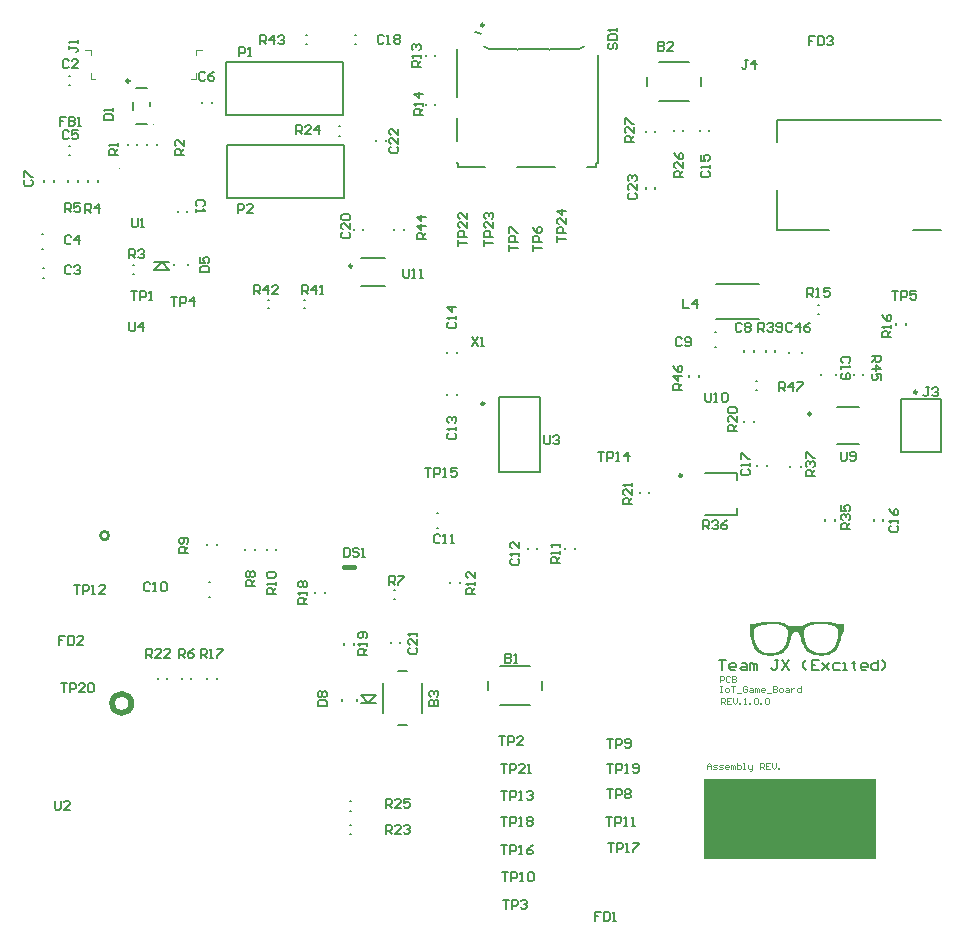
<source format=gto>
G04*
G04 #@! TF.GenerationSoftware,Altium Limited,Altium Designer,21.1.1 (26)*
G04*
G04 Layer_Color=65535*
%FSLAX25Y25*%
%MOIN*%
G70*
G04*
G04 #@! TF.SameCoordinates,BA33E46C-C8C0-473A-8748-ADA81A7699FD*
G04*
G04*
G04 #@! TF.FilePolarity,Positive*
G04*
G01*
G75*
%ADD10C,0.00984*%
%ADD11C,0.01000*%
%ADD12C,0.02000*%
%ADD13C,0.00945*%
%ADD14C,0.00394*%
%ADD15C,0.00787*%
%ADD16C,0.00800*%
%ADD17C,0.00600*%
%ADD18C,0.00500*%
%ADD19C,0.01575*%
%ADD20C,0.00400*%
%ADD21R,0.57264X0.27000*%
G36*
X272084Y110028D02*
X273471D01*
Y109889D01*
X274025D01*
Y109751D01*
X274441D01*
Y109612D01*
X274996D01*
Y109473D01*
X275689D01*
Y109335D01*
X276383D01*
Y109473D01*
X276937D01*
Y109335D01*
X277492D01*
Y109196D01*
Y109057D01*
Y108919D01*
Y108780D01*
Y108641D01*
Y108503D01*
Y108364D01*
Y108225D01*
Y108087D01*
Y107948D01*
Y107809D01*
Y107671D01*
Y107532D01*
Y107393D01*
Y107255D01*
Y107116D01*
Y106977D01*
Y106839D01*
Y106700D01*
X277353D01*
Y106561D01*
X277215D01*
Y106423D01*
X277076D01*
Y106284D01*
Y106145D01*
X276937D01*
Y106007D01*
Y105868D01*
X276799D01*
Y105729D01*
Y105591D01*
Y105452D01*
X276660D01*
Y105313D01*
Y105175D01*
Y105036D01*
X276521D01*
Y104897D01*
Y104759D01*
Y104620D01*
Y104481D01*
Y104343D01*
X276383D01*
Y104204D01*
Y104065D01*
Y103927D01*
Y103788D01*
X276244D01*
Y103649D01*
Y103511D01*
Y103372D01*
X276105D01*
Y103233D01*
Y103095D01*
Y102956D01*
X275967D01*
Y102817D01*
Y102679D01*
Y102540D01*
X275828D01*
Y102401D01*
Y102263D01*
Y102124D01*
X275689D01*
Y101985D01*
Y101847D01*
X275551D01*
Y101708D01*
Y101569D01*
X275412D01*
Y101431D01*
Y101292D01*
X275273D01*
Y101153D01*
X275135D01*
Y101015D01*
Y100876D01*
X274996D01*
Y100737D01*
X274857D01*
Y100599D01*
X274719D01*
Y100460D01*
X274580D01*
Y100321D01*
X274441D01*
Y100183D01*
X274303D01*
Y100044D01*
X274025D01*
Y99905D01*
X273887D01*
Y99767D01*
X273609D01*
Y99628D01*
X273332D01*
Y99489D01*
X273055D01*
Y99351D01*
X272777D01*
Y99212D01*
X272361D01*
Y99073D01*
X271807D01*
Y98935D01*
X270975D01*
Y98796D01*
X269033D01*
Y98935D01*
X268063D01*
Y99073D01*
X267369D01*
Y99212D01*
X267092D01*
Y99351D01*
X266676D01*
Y99489D01*
X266399D01*
Y99628D01*
X266121D01*
Y99767D01*
X265844D01*
Y99905D01*
X265705D01*
Y100044D01*
X265567D01*
Y100183D01*
X265289D01*
Y100321D01*
X265151D01*
Y100460D01*
X265012D01*
Y100599D01*
X264873D01*
Y100737D01*
X264735D01*
Y100876D01*
Y101015D01*
X264596D01*
Y101153D01*
X264457D01*
Y101292D01*
X264319D01*
Y101431D01*
Y101569D01*
Y101708D01*
X264180D01*
Y101847D01*
Y101985D01*
X264041D01*
Y102124D01*
Y102263D01*
X263903D01*
Y102401D01*
Y102540D01*
X263764D01*
Y102679D01*
Y102817D01*
X263625D01*
Y102956D01*
Y103095D01*
X263487D01*
Y103233D01*
Y103372D01*
Y103511D01*
X263348D01*
Y103649D01*
Y103788D01*
Y103927D01*
Y104065D01*
X263209D01*
Y104204D01*
Y104343D01*
Y104481D01*
Y104620D01*
X263071D01*
Y104759D01*
Y104897D01*
Y105036D01*
X262932D01*
Y105175D01*
Y105313D01*
Y105452D01*
X262793D01*
Y105591D01*
Y105729D01*
Y105868D01*
X262655D01*
Y106007D01*
Y106145D01*
X262516D01*
Y106284D01*
X262377D01*
Y106423D01*
X262239D01*
Y106561D01*
X262100D01*
Y106700D01*
X260991D01*
Y106561D01*
X260713D01*
Y106423D01*
X260575D01*
Y106284D01*
X260436D01*
Y106145D01*
Y106007D01*
X260297D01*
Y105868D01*
Y105729D01*
X260159D01*
Y105591D01*
Y105452D01*
X260020D01*
Y105313D01*
Y105175D01*
Y105036D01*
X259881D01*
Y104897D01*
Y104759D01*
Y104620D01*
Y104481D01*
X259743D01*
Y104343D01*
Y104204D01*
Y104065D01*
X259604D01*
Y103927D01*
Y103788D01*
Y103649D01*
Y103511D01*
X259465D01*
Y103372D01*
Y103233D01*
Y103095D01*
X259327D01*
Y102956D01*
Y102817D01*
Y102679D01*
X259188D01*
Y102540D01*
Y102401D01*
X259049D01*
Y102263D01*
Y102124D01*
Y101985D01*
X258911D01*
Y101847D01*
Y101708D01*
X258772D01*
Y101569D01*
Y101431D01*
X258633D01*
Y101292D01*
X258495D01*
Y101153D01*
Y101015D01*
X258356D01*
Y100876D01*
X258217D01*
Y100737D01*
X258079D01*
Y100599D01*
X257940D01*
Y100460D01*
X257801D01*
Y100321D01*
X257663D01*
Y100183D01*
X257524D01*
Y100044D01*
X257385D01*
Y99905D01*
X257108D01*
Y99767D01*
X256969D01*
Y99628D01*
X256692D01*
Y99489D01*
X256415D01*
Y99351D01*
X255999D01*
Y99212D01*
X255721D01*
Y99073D01*
X255028D01*
Y98935D01*
X254196D01*
Y98796D01*
X251977D01*
Y98935D01*
X251145D01*
Y99073D01*
X250452D01*
Y99212D01*
X250175D01*
Y99351D01*
X249897D01*
Y99489D01*
X249620D01*
Y99628D01*
X249343D01*
Y99767D01*
X249065D01*
Y99905D01*
X248927D01*
Y100044D01*
X248649D01*
Y100183D01*
X248511D01*
Y100321D01*
X248372D01*
Y100460D01*
X248233D01*
Y100599D01*
X248095D01*
Y100737D01*
X247956D01*
Y100876D01*
Y101015D01*
X247817D01*
Y101153D01*
X247679D01*
Y101292D01*
Y101431D01*
X247540D01*
Y101569D01*
Y101708D01*
X247401D01*
Y101847D01*
Y101985D01*
X247263D01*
Y102124D01*
Y102263D01*
X247124D01*
Y102401D01*
Y102540D01*
Y102679D01*
X246985D01*
Y102817D01*
Y102956D01*
Y103095D01*
X246847D01*
Y103233D01*
Y103372D01*
X246708D01*
Y103511D01*
Y103649D01*
Y103788D01*
Y103927D01*
X246569D01*
Y104065D01*
Y104204D01*
Y104343D01*
Y104481D01*
X246431D01*
Y104620D01*
Y104759D01*
Y104897D01*
Y105036D01*
Y105175D01*
X246292D01*
Y105313D01*
Y105452D01*
Y105591D01*
Y105729D01*
Y105868D01*
Y106007D01*
Y106145D01*
Y106284D01*
Y106423D01*
Y106561D01*
Y106700D01*
Y106839D01*
Y106977D01*
Y107116D01*
Y107255D01*
Y107393D01*
Y107532D01*
Y107671D01*
Y107809D01*
Y107948D01*
Y108087D01*
Y108225D01*
Y108364D01*
Y108503D01*
Y108641D01*
Y108780D01*
Y108919D01*
Y109057D01*
Y109196D01*
Y109335D01*
X247679D01*
Y109473D01*
X248095D01*
Y109612D01*
X248511D01*
Y109751D01*
X249065D01*
Y109889D01*
X249759D01*
Y110028D01*
X251145D01*
Y110167D01*
X255583D01*
Y110028D01*
X256553D01*
Y109889D01*
X257108D01*
Y109751D01*
X257385D01*
Y109612D01*
X257801D01*
Y109473D01*
X258079D01*
Y109335D01*
X258356D01*
Y109196D01*
X258633D01*
Y109057D01*
X258911D01*
Y108919D01*
X259465D01*
Y108780D01*
X260297D01*
Y108641D01*
X262516D01*
Y108780D01*
X263348D01*
Y108919D01*
X263903D01*
Y109057D01*
X264319D01*
Y109196D01*
X264596D01*
Y109335D01*
X264873D01*
Y109473D01*
X265151D01*
Y109612D01*
X265567D01*
Y109751D01*
X265844D01*
Y109889D01*
X266260D01*
Y110028D01*
X267231D01*
Y110167D01*
X272084D01*
Y110028D01*
D02*
G37*
%LPC*%
G36*
X270281Y109473D02*
X270004D01*
Y109335D01*
X269727D01*
Y109473D01*
X269588D01*
Y109335D01*
X267369D01*
Y109196D01*
X266676D01*
Y109057D01*
X266260D01*
Y108919D01*
X265844D01*
Y108780D01*
X265567D01*
Y108641D01*
X265428D01*
Y108503D01*
X265151D01*
Y108364D01*
X265012D01*
Y108225D01*
X264873D01*
Y108087D01*
X264735D01*
Y107948D01*
X264596D01*
Y107809D01*
Y107671D01*
X264457D01*
Y107532D01*
Y107393D01*
X264319D01*
Y107255D01*
Y107116D01*
Y106977D01*
Y106839D01*
Y106700D01*
X264180D01*
Y106561D01*
Y106423D01*
Y106284D01*
Y106145D01*
Y106007D01*
X264319D01*
Y105868D01*
Y105729D01*
Y105591D01*
Y105452D01*
Y105313D01*
Y105175D01*
Y105036D01*
Y104897D01*
Y104759D01*
Y104620D01*
X264457D01*
Y104481D01*
Y104343D01*
Y104204D01*
Y104065D01*
Y103927D01*
X264596D01*
Y103788D01*
Y103649D01*
Y103511D01*
Y103372D01*
X264735D01*
Y103233D01*
Y103095D01*
Y102956D01*
X264873D01*
Y102817D01*
Y102679D01*
X265012D01*
Y102540D01*
Y102401D01*
X265151D01*
Y102263D01*
Y102124D01*
X265289D01*
Y101985D01*
Y101847D01*
X265428D01*
Y101708D01*
X265567D01*
Y101569D01*
X265705D01*
Y101431D01*
X265844D01*
Y101292D01*
X265983D01*
Y101153D01*
X266121D01*
Y101015D01*
X266260D01*
Y100876D01*
X266399D01*
Y100737D01*
X266676D01*
Y100599D01*
X266815D01*
Y100460D01*
X267092D01*
Y100321D01*
X267369D01*
Y100183D01*
X267785D01*
Y100044D01*
X268340D01*
Y99905D01*
X269033D01*
Y99767D01*
X271252D01*
Y99905D01*
X271945D01*
Y100044D01*
X272361D01*
Y100183D01*
X272639D01*
Y100321D01*
X272916D01*
Y100460D01*
X273055D01*
Y100599D01*
X273332D01*
Y100737D01*
X273471D01*
Y100876D01*
X273609D01*
Y101015D01*
X273748D01*
Y101153D01*
X273887D01*
Y101292D01*
X274025D01*
Y101431D01*
X274164D01*
Y101569D01*
X274303D01*
Y101708D01*
Y101847D01*
X274441D01*
Y101985D01*
Y102124D01*
X274580D01*
Y102263D01*
X274719D01*
Y102401D01*
Y102540D01*
X274857D01*
Y102679D01*
Y102817D01*
Y102956D01*
X274996D01*
Y103095D01*
Y103233D01*
Y103372D01*
X275135D01*
Y103511D01*
Y103649D01*
Y103788D01*
X275273D01*
Y103927D01*
Y104065D01*
Y104204D01*
Y104343D01*
X275412D01*
Y104481D01*
Y104620D01*
Y104759D01*
Y104897D01*
Y105036D01*
Y105175D01*
X275551D01*
Y105313D01*
Y105452D01*
Y105591D01*
Y105729D01*
Y105868D01*
Y106007D01*
Y106145D01*
Y106284D01*
Y106423D01*
X275689D01*
Y106561D01*
Y106700D01*
Y106839D01*
Y106977D01*
X275551D01*
Y107116D01*
Y107255D01*
Y107393D01*
Y107532D01*
X275412D01*
Y107671D01*
Y107809D01*
X275273D01*
Y107948D01*
Y108087D01*
X275135D01*
Y108225D01*
X274996D01*
Y108364D01*
X274719D01*
Y108503D01*
X274441D01*
Y108641D01*
X274164D01*
Y108780D01*
X273887D01*
Y108919D01*
X273471D01*
Y109057D01*
X272916D01*
Y109196D01*
X272084D01*
Y109335D01*
X270281D01*
Y109473D01*
D02*
G37*
G36*
X255721Y109335D02*
X251977D01*
Y109196D01*
X250591D01*
Y109057D01*
X249897D01*
Y108919D01*
X249481D01*
Y108780D01*
X249065D01*
Y108641D01*
X248788D01*
Y108503D01*
X248511D01*
Y108364D01*
X248233D01*
Y108225D01*
X248095D01*
Y108087D01*
X247956D01*
Y107948D01*
X247817D01*
Y107809D01*
X247679D01*
Y107671D01*
X247540D01*
Y107532D01*
Y107393D01*
Y107255D01*
X247401D01*
Y107116D01*
Y106977D01*
Y106839D01*
Y106700D01*
Y106561D01*
Y106423D01*
Y106284D01*
Y106145D01*
Y106007D01*
Y105868D01*
Y105729D01*
X247540D01*
Y105591D01*
Y105452D01*
Y105313D01*
Y105175D01*
Y105036D01*
Y104897D01*
Y104759D01*
X247679D01*
Y104620D01*
Y104481D01*
Y104343D01*
Y104204D01*
Y104065D01*
X247817D01*
Y103927D01*
Y103788D01*
Y103649D01*
X247956D01*
Y103511D01*
Y103372D01*
Y103233D01*
X248095D01*
Y103095D01*
Y102956D01*
Y102817D01*
X248233D01*
Y102679D01*
Y102540D01*
X248372D01*
Y102401D01*
Y102263D01*
X248511D01*
Y102124D01*
Y101985D01*
X248649D01*
Y101847D01*
Y101708D01*
X248788D01*
Y101569D01*
X248927D01*
Y101431D01*
X249065D01*
Y101292D01*
X249204D01*
Y101153D01*
Y101015D01*
X249343D01*
Y100876D01*
X249481D01*
Y100737D01*
X249759D01*
Y100599D01*
X249897D01*
Y100460D01*
X250175D01*
Y100321D01*
X250313D01*
Y100183D01*
X250591D01*
Y100044D01*
X251007D01*
Y99905D01*
X251700D01*
Y99767D01*
X254335D01*
Y99905D01*
X254889D01*
Y100044D01*
X255444D01*
Y100183D01*
X255721D01*
Y100321D01*
X255999D01*
Y100460D01*
X256276D01*
Y100599D01*
X256415D01*
Y100737D01*
X256692D01*
Y100876D01*
X256831D01*
Y101015D01*
X256969D01*
Y101153D01*
X257247D01*
Y101292D01*
Y101431D01*
X257385D01*
Y101569D01*
X257524D01*
Y101708D01*
X257663D01*
Y101847D01*
Y101985D01*
X257801D01*
Y102124D01*
X257940D01*
Y102263D01*
Y102401D01*
X258079D01*
Y102540D01*
Y102679D01*
X258217D01*
Y102817D01*
Y102956D01*
Y103095D01*
X258356D01*
Y103233D01*
Y103372D01*
Y103511D01*
X258495D01*
Y103649D01*
Y103788D01*
Y103927D01*
X258633D01*
Y104065D01*
Y104204D01*
Y104343D01*
Y104481D01*
Y104620D01*
Y104759D01*
Y104897D01*
Y105036D01*
X258772D01*
Y105175D01*
Y105313D01*
Y105452D01*
Y105591D01*
Y105729D01*
Y105868D01*
Y106007D01*
Y106145D01*
Y106284D01*
Y106423D01*
Y106561D01*
Y106700D01*
Y106839D01*
Y106977D01*
Y107116D01*
Y107255D01*
X258633D01*
Y107393D01*
Y107532D01*
Y107671D01*
X258495D01*
Y107809D01*
X258356D01*
Y107948D01*
Y108087D01*
X258217D01*
Y108225D01*
X258079D01*
Y108364D01*
X257940D01*
Y108503D01*
X257663D01*
Y108641D01*
X257524D01*
Y108780D01*
X257247D01*
Y108919D01*
X256831D01*
Y109057D01*
X256415D01*
Y109196D01*
X255721D01*
Y109335D01*
D02*
G37*
%LPD*%
D10*
X113583Y228740D02*
G03*
X113583Y228740I-492J0D01*
G01*
X301870Y186713D02*
G03*
X301870Y186713I-492J0D01*
G01*
X39317Y290429D02*
G03*
X39317Y290429I-492J0D01*
G01*
X266535Y179429D02*
G03*
X266535Y179429I-492J0D01*
G01*
X157602Y182874D02*
G03*
X157602Y182874I-492J0D01*
G01*
X157492Y309055D02*
G03*
X157492Y309055I-492J0D01*
G01*
D11*
X32447Y138906D02*
G03*
X32447Y138906I-1409J0D01*
G01*
D12*
X39969Y82945D02*
G03*
X39969Y82945I-3202J0D01*
G01*
D13*
X223521Y158890D02*
G03*
X223521Y158890I-472J0D01*
G01*
D14*
X36005Y261254D02*
G03*
X36005Y261254I-197J0D01*
G01*
X47522Y275928D02*
G03*
X47522Y275928I-197J0D01*
G01*
X61458Y300612D02*
X63458D01*
X61458Y299112D02*
Y300612D01*
X26458Y299112D02*
Y300612D01*
X24458D02*
X26458D01*
X61458Y291112D02*
Y293112D01*
X59958Y291112D02*
X61458D01*
X26458D02*
X27958D01*
X26458D02*
Y293112D01*
D15*
X189234Y301159D02*
G03*
X190806Y301943I0J1969D01*
G01*
X157464Y301999D02*
G03*
X159077Y301159I1612J1129D01*
G01*
X168702Y300766D02*
G03*
X169095Y301159I0J394D01*
G01*
X178938D02*
G03*
X179332Y300766I394J0D01*
G01*
X156497Y306129D02*
G03*
X155140Y306671I-1357J-1426D01*
G01*
X179332Y300766D02*
G03*
X179725Y301159I0J394D01*
G01*
X168308D02*
G03*
X168702Y300766I394J0D01*
G01*
X116535Y231398D02*
X124409D01*
X116535Y222146D02*
X124409D01*
X184646Y134449D02*
Y134843D01*
X187795Y134449D02*
Y134843D01*
X296457Y166831D02*
Y184350D01*
X309842D01*
Y166831D02*
Y184350D01*
X296457Y166831D02*
X309842D01*
X255209Y240839D02*
Y254075D01*
Y270020D02*
Y277272D01*
Y240839D02*
X272441D01*
X255209Y277272D02*
X309842D01*
X300394Y240839D02*
X309842D01*
X234449Y201823D02*
X234842D01*
X234449Y206744D02*
X234842D01*
X85039Y134055D02*
Y134449D01*
X88189Y134055D02*
Y134449D01*
X98228Y305906D02*
X98622D01*
X98228Y302756D02*
X98622D01*
X234941Y211094D02*
X249311D01*
X234941Y222905D02*
X249311D01*
X19094Y268898D02*
X19488D01*
X19094Y265748D02*
X19488D01*
X47642Y227528D02*
X52642D01*
X50142Y230028D02*
X52642Y227528D01*
X47642D02*
X50142Y230028D01*
X47642D02*
X52642D01*
X54039Y228933D02*
Y229335D01*
X58961Y228933D02*
Y229335D01*
X209449Y152953D02*
Y153347D01*
X212598Y152953D02*
Y153347D01*
X145276Y199606D02*
Y200000D01*
X148425Y199606D02*
Y200000D01*
X268803Y212657D02*
X269197D01*
X268803Y215806D02*
X269197D01*
X294882Y209252D02*
Y209646D01*
X298031Y209252D02*
Y209646D01*
X259646Y161614D02*
Y162008D01*
X263189Y161614D02*
Y162008D01*
X269980Y192323D02*
Y192717D01*
X274902Y192323D02*
Y192717D01*
X283858Y192323D02*
Y192717D01*
X280709Y192323D02*
Y192717D01*
X263681Y199803D02*
Y200197D01*
X259154Y199803D02*
Y200197D01*
X97441Y217520D02*
X97835D01*
X97441Y214764D02*
X97835D01*
X85630Y214764D02*
X86024D01*
X85630Y217520D02*
X86024D01*
X149447Y122953D02*
Y123346D01*
X146297Y122953D02*
Y123346D01*
X244291Y176673D02*
Y177067D01*
X247441Y176673D02*
Y177067D01*
X141803Y146461D02*
X142197D01*
X141803Y141539D02*
X142197D01*
X48819Y91142D02*
Y91535D01*
X51968Y91142D02*
Y91535D01*
X59842Y91142D02*
Y91535D01*
X56693Y91142D02*
Y91535D01*
X65354Y91142D02*
Y91535D01*
X68504Y91142D02*
Y91535D01*
X112795Y47244D02*
X113189D01*
X112795Y50394D02*
X113189D01*
X112795Y39370D02*
X113189D01*
X112795Y42520D02*
X113189D01*
X127559Y240748D02*
Y241142D01*
X130709Y240748D02*
Y241142D01*
X124803Y270276D02*
Y270669D01*
X121653Y270276D02*
Y270669D01*
X65354Y135803D02*
Y136197D01*
X68504Y135803D02*
Y136197D01*
X65803Y123461D02*
X66197D01*
X65803Y118539D02*
X66197D01*
X77953Y134055D02*
Y134449D01*
X81102Y134055D02*
Y134449D01*
X127362Y120866D02*
X127756D01*
X127362Y117717D02*
X127756D01*
X129667Y102953D02*
Y103347D01*
X126518Y102953D02*
Y103347D01*
X114173Y102559D02*
Y102953D01*
X111024Y102559D02*
Y102953D01*
X116457Y85661D02*
X121457D01*
X116457D02*
X118957Y83161D01*
X121457Y85661D01*
X116457Y83161D02*
X121457D01*
X115059Y83854D02*
Y84256D01*
X110138Y83854D02*
Y84256D01*
X117323Y240748D02*
Y241142D01*
X114173Y240748D02*
Y241142D01*
X114370Y305884D02*
X114764D01*
X114370Y302734D02*
X114764D01*
X148425Y185630D02*
Y186024D01*
X145276Y185630D02*
Y186024D01*
X104432Y119699D02*
Y120092D01*
X101282Y119699D02*
Y120092D01*
X19094Y288976D02*
X19488D01*
X19094Y292126D02*
X19488D01*
X175197Y134449D02*
Y134843D01*
X172047Y134449D02*
Y134843D01*
X254575Y200197D02*
Y200591D01*
X251425Y200197D02*
Y200591D01*
X247441Y200197D02*
Y200591D01*
X244291Y200197D02*
Y200591D01*
X248031Y190535D02*
X248425D01*
X248031Y187386D02*
X248425D01*
X248622Y162008D02*
Y162402D01*
X251772Y162008D02*
Y162402D01*
X211417Y273425D02*
Y273819D01*
X214567Y273425D02*
Y273819D01*
X224016D02*
Y274213D01*
X220866Y273819D02*
Y274213D01*
X232677Y273819D02*
Y274213D01*
X229528Y273819D02*
Y274213D01*
X214567Y254528D02*
Y254921D01*
X211417Y254528D02*
Y254921D01*
X290551Y143898D02*
Y144291D01*
X287402Y143898D02*
Y144291D01*
X271063Y143898D02*
Y144291D01*
X274606Y143898D02*
Y144291D01*
X275098Y181693D02*
X282382D01*
X275098Y169488D02*
X282382D01*
X225984Y191913D02*
Y192307D01*
X229134Y191913D02*
Y192307D01*
X71850Y269094D02*
X110827D01*
Y251378D02*
Y269094D01*
X71850Y251378D02*
Y269094D01*
Y251378D02*
X110827D01*
X71457Y296694D02*
X110433D01*
Y278978D02*
Y296694D01*
X71457Y278978D02*
Y296694D01*
Y278978D02*
X110433D01*
X138189Y298622D02*
Y299016D01*
X141339Y298622D02*
Y299016D01*
X109252Y275274D02*
X109646D01*
X109252Y272124D02*
X109646D01*
X18898Y256890D02*
Y257283D01*
X22047Y256890D02*
Y257283D01*
X10433Y224803D02*
X10827D01*
X10433Y227953D02*
X10827D01*
X40612Y225984D02*
X41006D01*
X40612Y229134D02*
X41006D01*
X10039Y234547D02*
X10433D01*
X10039Y239469D02*
X10433D01*
X58661Y246654D02*
Y247047D01*
X55512Y246654D02*
Y247047D01*
X63561Y283181D02*
Y283575D01*
X66711Y283181D02*
Y283575D01*
X11024Y256890D02*
Y257283D01*
X14173Y256890D02*
Y257283D01*
X28740Y256890D02*
Y257283D01*
X25591Y256890D02*
Y257283D01*
X141339Y282424D02*
Y282818D01*
X138189Y282424D02*
Y282818D01*
X40632Y280653D02*
Y283409D01*
X46144Y282228D02*
Y283409D01*
X41616Y287936D02*
X45159D01*
X41616Y276125D02*
X45159D01*
X38825Y268981D02*
Y269375D01*
X41975Y268981D02*
Y269375D01*
X45325Y268981D02*
Y269375D01*
X48475Y268981D02*
Y269375D01*
X154687Y306671D02*
X155140D01*
X148470Y285018D02*
Y300963D01*
X148447Y270451D02*
Y277931D01*
X159077Y301159D02*
X168308D01*
X195022Y263049D02*
X195494D01*
X179725Y301159D02*
X189234D01*
X148447Y263049D02*
Y263364D01*
X149648Y261789D02*
X157837D01*
X193034D02*
X195022D01*
X195494Y263049D02*
Y299191D01*
X195022Y261789D02*
Y263049D01*
X168466Y261789D02*
X181341D01*
X148919D02*
X149648D01*
X148447Y263049D02*
X148919D01*
Y261789D02*
Y263049D01*
X191971Y261789D02*
X193034D01*
X169095Y301159D02*
X178938D01*
D16*
X162716Y82476D02*
X172716D01*
X162716Y95476D02*
X172716D01*
X176716Y87476D02*
Y90476D01*
X158716Y87476D02*
Y90476D01*
X136815Y79646D02*
Y89646D01*
X123815Y79646D02*
Y89646D01*
X128815Y93646D02*
X131815D01*
X128815Y75646D02*
X131815D01*
X215866Y296657D02*
X225866D01*
X215866Y283658D02*
X225866D01*
X211866Y288657D02*
Y291657D01*
X229866Y288657D02*
Y291657D01*
X235800Y97508D02*
X238133D01*
X236966D01*
Y94009D01*
X241048D02*
X239882D01*
X239299Y94592D01*
Y95758D01*
X239882Y96341D01*
X241048D01*
X241631Y95758D01*
Y95175D01*
X239299D01*
X243381Y96341D02*
X244547D01*
X245130Y95758D01*
Y94009D01*
X243381D01*
X242798Y94592D01*
X243381Y95175D01*
X245130D01*
X246297Y94009D02*
Y96341D01*
X246880D01*
X247463Y95758D01*
Y94009D01*
Y95758D01*
X248046Y96341D01*
X248629Y95758D01*
Y94009D01*
X255627Y97508D02*
X254461D01*
X255044D01*
Y94592D01*
X254461Y94009D01*
X253877D01*
X253294Y94592D01*
X256793Y97508D02*
X259126Y94009D01*
Y97508D02*
X256793Y94009D01*
X264957D02*
X263791Y95175D01*
Y96341D01*
X264957Y97508D01*
X269039D02*
X266707D01*
Y94009D01*
X269039D01*
X266707Y95758D02*
X267873D01*
X270205Y96341D02*
X272538Y94009D01*
X271372Y95175D01*
X272538Y96341D01*
X270205Y94009D01*
X276037Y96341D02*
X274288D01*
X273704Y95758D01*
Y94592D01*
X274288Y94009D01*
X276037D01*
X277203D02*
X278370D01*
X277786D01*
Y96341D01*
X277203D01*
X280702Y96924D02*
Y96341D01*
X280119D01*
X281285D01*
X280702D01*
Y94592D01*
X281285Y94009D01*
X284784D02*
X283618D01*
X283035Y94592D01*
Y95758D01*
X283618Y96341D01*
X284784D01*
X285367Y95758D01*
Y95175D01*
X283035D01*
X288866Y97508D02*
Y94009D01*
X287117D01*
X286534Y94592D01*
Y95758D01*
X287117Y96341D01*
X288866D01*
X290033Y94009D02*
X291199Y95175D01*
Y96341D01*
X290033Y97508D01*
D17*
X162654Y160177D02*
X176154D01*
Y185177D01*
X162654D02*
X176154D01*
X162654Y160177D02*
Y185177D01*
D18*
X241732Y145669D02*
Y148031D01*
X231299Y145669D02*
X241732D01*
Y157480D02*
Y159843D01*
X231299D02*
X241732D01*
X130600Y227860D02*
Y225361D01*
X131100Y224861D01*
X132100D01*
X132600Y225361D01*
Y227860D01*
X133599Y224861D02*
X134599D01*
X134099D01*
Y227860D01*
X133599Y227360D01*
X136099Y224861D02*
X137098D01*
X136599D01*
Y227860D01*
X136099Y227360D01*
X82901Y302700D02*
Y305699D01*
X84401D01*
X84901Y305200D01*
Y304200D01*
X84401Y303700D01*
X82901D01*
X83901D02*
X84901Y302700D01*
X87400D02*
Y305699D01*
X85900Y304200D01*
X87900D01*
X88899Y305200D02*
X89399Y305699D01*
X90399D01*
X90899Y305200D01*
Y304700D01*
X90399Y304200D01*
X89899D01*
X90399D01*
X90899Y303700D01*
Y303200D01*
X90399Y302700D01*
X89399D01*
X88899Y303200D01*
X230533Y140926D02*
Y143925D01*
X232032D01*
X232532Y143425D01*
Y142425D01*
X232032Y141925D01*
X230533D01*
X231532D02*
X232532Y140926D01*
X233532Y143425D02*
X234032Y143925D01*
X235031D01*
X235531Y143425D01*
Y142925D01*
X235031Y142425D01*
X234531D01*
X235031D01*
X235531Y141925D01*
Y141426D01*
X235031Y140926D01*
X234032D01*
X233532Y141426D01*
X238530Y143925D02*
X237530Y143425D01*
X236531Y142425D01*
Y141426D01*
X237031Y140926D01*
X238030D01*
X238530Y141426D01*
Y141925D01*
X238030Y142425D01*
X236531D01*
X231251Y186500D02*
Y184000D01*
X231751Y183501D01*
X232751D01*
X233251Y184000D01*
Y186500D01*
X234250Y183501D02*
X235250D01*
X234750D01*
Y186500D01*
X234250Y186000D01*
X236749D02*
X237249Y186500D01*
X238249D01*
X238749Y186000D01*
Y184000D01*
X238249Y183501D01*
X237249D01*
X236749Y184000D01*
Y186000D01*
X276501Y166854D02*
Y164355D01*
X277001Y163855D01*
X278000D01*
X278500Y164355D01*
Y166854D01*
X279500Y164355D02*
X280000Y163855D01*
X280999D01*
X281499Y164355D01*
Y166354D01*
X280999Y166854D01*
X280000D01*
X279500Y166354D01*
Y165854D01*
X280000Y165354D01*
X281499D01*
X181965Y236628D02*
Y238627D01*
Y237627D01*
X184964D01*
Y239627D02*
X181965D01*
Y241126D01*
X182465Y241626D01*
X183465D01*
X183964Y241126D01*
Y239627D01*
X184964Y244625D02*
Y242626D01*
X182965Y244625D01*
X182465D01*
X181965Y244125D01*
Y243126D01*
X182465Y242626D01*
X184964Y247124D02*
X181965D01*
X183465Y245625D01*
Y247624D01*
X157556Y235447D02*
Y237446D01*
Y236446D01*
X160555D01*
Y238446D02*
X157556D01*
Y239945D01*
X158055Y240445D01*
X159055D01*
X159555Y239945D01*
Y238446D01*
X160555Y243444D02*
Y241445D01*
X158555Y243444D01*
X158055D01*
X157556Y242944D01*
Y241945D01*
X158055Y241445D01*
Y244444D02*
X157556Y244944D01*
Y245943D01*
X158055Y246443D01*
X158555D01*
X159055Y245943D01*
Y245443D01*
Y245943D01*
X159555Y246443D01*
X160055D01*
X160555Y245943D01*
Y244944D01*
X160055Y244444D01*
X148894Y235447D02*
Y237446D01*
Y236446D01*
X151893D01*
Y238446D02*
X148894D01*
Y239945D01*
X149394Y240445D01*
X150394D01*
X150893Y239945D01*
Y238446D01*
X151893Y243444D02*
Y241445D01*
X149894Y243444D01*
X149394D01*
X148894Y242944D01*
Y241945D01*
X149394Y241445D01*
X151893Y246443D02*
Y244444D01*
X149894Y246443D01*
X149394D01*
X148894Y245943D01*
Y244944D01*
X149394Y244444D01*
X163112Y62917D02*
X165111D01*
X164111D01*
Y59918D01*
X166111D02*
Y62917D01*
X167610D01*
X168110Y62417D01*
Y61417D01*
X167610Y60918D01*
X166111D01*
X171109Y59918D02*
X169110D01*
X171109Y61917D01*
Y62417D01*
X170609Y62917D01*
X169610D01*
X169110Y62417D01*
X172109Y59918D02*
X173109D01*
X172609D01*
Y62917D01*
X172109Y62417D01*
X16502Y89688D02*
X18501D01*
X17502D01*
Y86690D01*
X19501D02*
Y89688D01*
X21000D01*
X21500Y89189D01*
Y88189D01*
X21000Y87689D01*
X19501D01*
X24499Y86690D02*
X22500D01*
X24499Y88689D01*
Y89189D01*
X23999Y89688D01*
X23000D01*
X22500Y89189D01*
X25499D02*
X25999Y89688D01*
X26998D01*
X27498Y89189D01*
Y87189D01*
X26998Y86690D01*
X25999D01*
X25499Y87189D01*
Y89189D01*
X198571Y62917D02*
X200570D01*
X199570D01*
Y59918D01*
X201570D02*
Y62917D01*
X203069D01*
X203569Y62417D01*
Y61417D01*
X203069Y60918D01*
X201570D01*
X204569Y59918D02*
X205568D01*
X205068D01*
Y62917D01*
X204569Y62417D01*
X207068Y60418D02*
X207568Y59918D01*
X208567D01*
X209067Y60418D01*
Y62417D01*
X208567Y62917D01*
X207568D01*
X207068Y62417D01*
Y61917D01*
X207568Y61417D01*
X209067D01*
X163256Y45200D02*
X165255D01*
X164255D01*
Y42201D01*
X166255D02*
Y45200D01*
X167754D01*
X168254Y44701D01*
Y43701D01*
X167754Y43201D01*
X166255D01*
X169254Y42201D02*
X170253D01*
X169754D01*
Y45200D01*
X169254Y44701D01*
X171753D02*
X172253Y45200D01*
X173252D01*
X173752Y44701D01*
Y44201D01*
X173252Y43701D01*
X173752Y43201D01*
Y42701D01*
X173252Y42201D01*
X172253D01*
X171753Y42701D01*
Y43201D01*
X172253Y43701D01*
X171753Y44201D01*
Y44701D01*
X172253Y43701D02*
X173252D01*
X198752Y36500D02*
X200751D01*
X199751D01*
Y33500D01*
X201751D02*
Y36500D01*
X203250D01*
X203750Y36000D01*
Y35000D01*
X203250Y34500D01*
X201751D01*
X204750Y33500D02*
X205749D01*
X205250D01*
Y36500D01*
X204750Y36000D01*
X207249Y36500D02*
X209248D01*
Y36000D01*
X207249Y34000D01*
Y33500D01*
X256001Y186961D02*
Y189960D01*
X257501D01*
X258001Y189460D01*
Y188461D01*
X257501Y187961D01*
X256001D01*
X257001D02*
X258001Y186961D01*
X260500D02*
Y189960D01*
X259000Y188461D01*
X261000D01*
X261999Y189960D02*
X263999D01*
Y189460D01*
X261999Y187461D01*
Y186961D01*
X223681Y187426D02*
X220682D01*
Y188926D01*
X221181Y189426D01*
X222181D01*
X222681Y188926D01*
Y187426D01*
Y188426D02*
X223681Y189426D01*
Y191925D02*
X220682D01*
X222181Y190426D01*
Y192425D01*
X220682Y195424D02*
X221181Y194424D01*
X222181Y193425D01*
X223181D01*
X223681Y193924D01*
Y194924D01*
X223181Y195424D01*
X222681D01*
X222181Y194924D01*
Y193425D01*
X286803Y198758D02*
X289802D01*
Y197259D01*
X289302Y196759D01*
X288302D01*
X287803Y197259D01*
Y198758D01*
Y197759D02*
X286803Y196759D01*
Y194260D02*
X289802D01*
X288302Y195759D01*
Y193760D01*
X289802Y190761D02*
Y192761D01*
X288302D01*
X288802Y191761D01*
Y191261D01*
X288302Y190761D01*
X287303D01*
X286803Y191261D01*
Y192261D01*
X287303Y192761D01*
X138114Y237734D02*
X135115D01*
Y239233D01*
X135615Y239733D01*
X136614D01*
X137114Y239233D01*
Y237734D01*
Y238733D02*
X138114Y239733D01*
Y242232D02*
X135115D01*
X136614Y240733D01*
Y242732D01*
X138114Y245231D02*
X135115D01*
X136614Y243732D01*
Y245731D01*
X80913Y219367D02*
Y222366D01*
X82413D01*
X82913Y221866D01*
Y220866D01*
X82413Y220366D01*
X80913D01*
X81913D02*
X82913Y219367D01*
X85412D02*
Y222366D01*
X83912Y220866D01*
X85912D01*
X88911Y219367D02*
X86911D01*
X88911Y221366D01*
Y221866D01*
X88411Y222366D01*
X87411D01*
X86911Y221866D01*
X96895Y219367D02*
Y222366D01*
X98394D01*
X98894Y221866D01*
Y220866D01*
X98394Y220366D01*
X96895D01*
X97895D02*
X98894Y219367D01*
X101393D02*
Y222366D01*
X99894Y220866D01*
X101893D01*
X102893Y219367D02*
X103893D01*
X103393D01*
Y222366D01*
X102893Y221866D01*
X249001Y206797D02*
Y209796D01*
X250501D01*
X251001Y209296D01*
Y208296D01*
X250501Y207796D01*
X249001D01*
X250001D02*
X251001Y206797D01*
X252000Y209296D02*
X252500Y209796D01*
X253500D01*
X254000Y209296D01*
Y208796D01*
X253500Y208296D01*
X253000D01*
X253500D01*
X254000Y207796D01*
Y207296D01*
X253500Y206797D01*
X252500D01*
X252000Y207296D01*
X254999D02*
X255499Y206797D01*
X256499D01*
X256999Y207296D01*
Y209296D01*
X256499Y209796D01*
X255499D01*
X254999Y209296D01*
Y208796D01*
X255499Y208296D01*
X256999D01*
X267850Y158678D02*
X264851D01*
Y160178D01*
X265351Y160678D01*
X266350D01*
X266850Y160178D01*
Y158678D01*
Y159678D02*
X267850Y160678D01*
X265351Y161678D02*
X264851Y162177D01*
Y163177D01*
X265351Y163677D01*
X265851D01*
X266350Y163177D01*
Y162677D01*
Y163177D01*
X266850Y163677D01*
X267350D01*
X267850Y163177D01*
Y162177D01*
X267350Y161678D01*
X264851Y164676D02*
Y166676D01*
X265351D01*
X267350Y164676D01*
X267850D01*
X279590Y141001D02*
X276591D01*
Y142501D01*
X277091Y143001D01*
X278091D01*
X278590Y142501D01*
Y141001D01*
Y142001D02*
X279590Y143001D01*
X277091Y144000D02*
X276591Y144500D01*
Y145500D01*
X277091Y146000D01*
X277591D01*
X278091Y145500D01*
Y145000D01*
Y145500D01*
X278590Y146000D01*
X279090D01*
X279590Y145500D01*
Y144500D01*
X279090Y144000D01*
X276591Y148999D02*
Y146999D01*
X278091D01*
X277591Y147999D01*
Y148499D01*
X278091Y148999D01*
X279090D01*
X279590Y148499D01*
Y147499D01*
X279090Y146999D01*
X207500Y270001D02*
X204501D01*
Y271501D01*
X205000Y272001D01*
X206000D01*
X206500Y271501D01*
Y270001D01*
Y271001D02*
X207500Y272001D01*
Y275000D02*
Y273000D01*
X205500Y275000D01*
X205000D01*
X204501Y274500D01*
Y273500D01*
X205000Y273000D01*
X204501Y275999D02*
Y277999D01*
X205000D01*
X207000Y275999D01*
X207500D01*
X223940Y258403D02*
X220941D01*
Y259902D01*
X221441Y260402D01*
X222441D01*
X222941Y259902D01*
Y258403D01*
Y259403D02*
X223940Y260402D01*
Y263401D02*
Y261402D01*
X221941Y263401D01*
X221441D01*
X220941Y262901D01*
Y261902D01*
X221441Y261402D01*
X220941Y266400D02*
X221441Y265401D01*
X222441Y264401D01*
X223441D01*
X223940Y264901D01*
Y265900D01*
X223441Y266400D01*
X222941D01*
X222441Y265900D01*
Y264401D01*
X124741Y48107D02*
Y51106D01*
X126241D01*
X126741Y50606D01*
Y49606D01*
X126241Y49106D01*
X124741D01*
X125741D02*
X126741Y48107D01*
X129740D02*
X127741D01*
X129740Y50106D01*
Y50606D01*
X129240Y51106D01*
X128240D01*
X127741Y50606D01*
X132739Y51106D02*
X130739D01*
Y49606D01*
X131739Y50106D01*
X132239D01*
X132739Y49606D01*
Y48607D01*
X132239Y48107D01*
X131239D01*
X130739Y48607D01*
X75454Y246500D02*
Y249500D01*
X76953D01*
X77453Y249000D01*
Y248000D01*
X76953Y247500D01*
X75454D01*
X80452Y246500D02*
X78453D01*
X80452Y248500D01*
Y249000D01*
X79952Y249500D01*
X78952D01*
X78453Y249000D01*
X223879Y217718D02*
Y214719D01*
X225878D01*
X228377D02*
Y217718D01*
X226878Y216219D01*
X228877D01*
X245366Y297499D02*
X244367D01*
X244866D01*
Y295000D01*
X244367Y294500D01*
X243867D01*
X243367Y295000D01*
X247866Y294500D02*
Y297499D01*
X246366Y296000D01*
X248365D01*
X305906Y188296D02*
X304906D01*
X305406D01*
Y185797D01*
X304906Y185297D01*
X304406D01*
X303906Y185797D01*
X306905Y187796D02*
X307405Y188296D01*
X308405D01*
X308905Y187796D01*
Y187296D01*
X308405Y186796D01*
X307905D01*
X308405D01*
X308905Y186297D01*
Y185797D01*
X308405Y185297D01*
X307405D01*
X306905Y185797D01*
X102044Y81950D02*
X105043D01*
Y83449D01*
X104543Y83949D01*
X102544D01*
X102044Y83449D01*
Y81950D01*
X102544Y84949D02*
X102044Y85448D01*
Y86448D01*
X102544Y86948D01*
X103043D01*
X103543Y86448D01*
X104043Y86948D01*
X104543D01*
X105043Y86448D01*
Y85448D01*
X104543Y84949D01*
X104043D01*
X103543Y85448D01*
X103043Y84949D01*
X102544D01*
X103543Y85448D02*
Y86448D01*
X260205Y209296D02*
X259705Y209796D01*
X258706D01*
X258206Y209296D01*
Y207296D01*
X258706Y206797D01*
X259705D01*
X260205Y207296D01*
X262705Y206797D02*
Y209796D01*
X261205Y208296D01*
X263204D01*
X266203Y209796D02*
X265204Y209296D01*
X264204Y208296D01*
Y207296D01*
X264704Y206797D01*
X265704D01*
X266203Y207296D01*
Y207796D01*
X265704Y208296D01*
X264204D01*
X139276Y82245D02*
X142274D01*
Y83744D01*
X141775Y84244D01*
X141275D01*
X140775Y83744D01*
Y82245D01*
Y83744D01*
X140275Y84244D01*
X139775D01*
X139276Y83744D01*
Y82245D01*
X139775Y85244D02*
X139276Y85744D01*
Y86743D01*
X139775Y87243D01*
X140275D01*
X140775Y86743D01*
Y86244D01*
Y86743D01*
X141275Y87243D01*
X141775D01*
X142274Y86743D01*
Y85744D01*
X141775Y85244D01*
X215611Y303468D02*
Y300469D01*
X217111D01*
X217610Y300969D01*
Y301469D01*
X217111Y301969D01*
X215611D01*
X217111D01*
X217610Y302468D01*
Y302968D01*
X217111Y303468D01*
X215611D01*
X220609Y300469D02*
X218610D01*
X220609Y302468D01*
Y302968D01*
X220110Y303468D01*
X219110D01*
X218610Y302968D01*
X267792Y305417D02*
X265793D01*
Y303917D01*
X266792D01*
X265793D01*
Y302418D01*
X268792Y305417D02*
Y302418D01*
X270291D01*
X270791Y302918D01*
Y304917D01*
X270291Y305417D01*
X268792D01*
X271791Y304917D02*
X272290Y305417D01*
X273290D01*
X273790Y304917D01*
Y304417D01*
X273290Y303917D01*
X272790D01*
X273290D01*
X273790Y303417D01*
Y302918D01*
X273290Y302418D01*
X272290D01*
X271791Y302918D01*
X18001Y105499D02*
X16001D01*
Y104000D01*
X17001D01*
X16001D01*
Y102500D01*
X19000Y105499D02*
Y102500D01*
X20500D01*
X21000Y103000D01*
Y105000D01*
X20500Y105499D01*
X19000D01*
X23999Y102500D02*
X21999D01*
X23999Y104500D01*
Y105000D01*
X23499Y105499D01*
X22499D01*
X21999Y105000D01*
X196501Y13499D02*
X194501D01*
Y12000D01*
X195501D01*
X194501D01*
Y10501D01*
X197500Y13499D02*
Y10501D01*
X199000D01*
X199499Y11000D01*
Y13000D01*
X199000Y13499D01*
X197500D01*
X200499Y10501D02*
X201499D01*
X200999D01*
Y13499D01*
X200499Y13000D01*
X153365Y205160D02*
X155365Y202161D01*
Y205160D02*
X153365Y202161D01*
X156364D02*
X157364D01*
X156864D01*
Y205160D01*
X156364Y204660D01*
X14501Y50499D02*
Y48000D01*
X15001Y47501D01*
X16000D01*
X16500Y48000D01*
Y50499D01*
X19499Y47501D02*
X17500D01*
X19499Y49500D01*
Y50000D01*
X18999Y50499D01*
X18000D01*
X17500Y50000D01*
X163256Y35752D02*
X165255D01*
X164255D01*
Y32752D01*
X166255D02*
Y35752D01*
X167754D01*
X168254Y35252D01*
Y34252D01*
X167754Y33752D01*
X166255D01*
X169254Y32752D02*
X170253D01*
X169754D01*
Y35752D01*
X169254Y35252D01*
X173752Y35752D02*
X172753Y35252D01*
X171753Y34252D01*
Y33252D01*
X172253Y32752D01*
X173252D01*
X173752Y33252D01*
Y33752D01*
X173252Y34252D01*
X171753D01*
X137878Y161555D02*
X139877D01*
X138877D01*
Y158556D01*
X140877D02*
Y161555D01*
X142376D01*
X142876Y161055D01*
Y160055D01*
X142376Y159555D01*
X140877D01*
X143876Y158556D02*
X144875D01*
X144376D01*
Y161555D01*
X143876Y161055D01*
X148374Y161555D02*
X146375D01*
Y160055D01*
X147375Y160555D01*
X147874D01*
X148374Y160055D01*
Y159055D01*
X147874Y158556D01*
X146875D01*
X146375Y159055D01*
X195539Y166854D02*
X197538D01*
X196539D01*
Y163855D01*
X198538D02*
Y166854D01*
X200038D01*
X200537Y166354D01*
Y165354D01*
X200038Y164855D01*
X198538D01*
X201537Y163855D02*
X202537D01*
X202037D01*
Y166854D01*
X201537Y166354D01*
X205536Y163855D02*
Y166854D01*
X204036Y165354D01*
X206036D01*
X163256Y53862D02*
X165255D01*
X164255D01*
Y50863D01*
X166255D02*
Y53862D01*
X167754D01*
X168254Y53362D01*
Y52362D01*
X167754Y51862D01*
X166255D01*
X169254Y50863D02*
X170253D01*
X169754D01*
Y53862D01*
X169254Y53362D01*
X171753D02*
X172253Y53862D01*
X173252D01*
X173752Y53362D01*
Y52862D01*
X173252Y52362D01*
X172753D01*
X173252D01*
X173752Y51862D01*
Y51363D01*
X173252Y50863D01*
X172253D01*
X171753Y51363D01*
X20752Y122500D02*
X22751D01*
X21751D01*
Y119501D01*
X23751D02*
Y122500D01*
X25250D01*
X25750Y122000D01*
Y121000D01*
X25250Y120500D01*
X23751D01*
X26750Y119501D02*
X27749D01*
X27250D01*
Y122500D01*
X26750Y122000D01*
X31248Y119501D02*
X29249D01*
X31248Y121500D01*
Y122000D01*
X30749Y122500D01*
X29749D01*
X29249Y122000D01*
X198251Y45200D02*
X200251D01*
X199251D01*
Y42201D01*
X201251D02*
Y45200D01*
X202750D01*
X203250Y44701D01*
Y43701D01*
X202750Y43201D01*
X201251D01*
X204250Y42201D02*
X205249D01*
X204749D01*
Y45200D01*
X204250Y44701D01*
X206749Y42201D02*
X207749D01*
X207249D01*
Y45200D01*
X206749Y44701D01*
X163649Y26696D02*
X165649D01*
X164649D01*
Y23697D01*
X166648D02*
Y26696D01*
X168148D01*
X168648Y26197D01*
Y25197D01*
X168148Y24697D01*
X166648D01*
X169647Y23697D02*
X170647D01*
X170147D01*
Y26696D01*
X169647Y26197D01*
X172147D02*
X172646Y26696D01*
X173646D01*
X174146Y26197D01*
Y24197D01*
X173646Y23697D01*
X172646D01*
X172147Y24197D01*
Y26197D01*
X198363Y71185D02*
X200363D01*
X199363D01*
Y68186D01*
X201362D02*
Y71185D01*
X202862D01*
X203362Y70685D01*
Y69685D01*
X202862Y69185D01*
X201362D01*
X204362Y68685D02*
X204861Y68186D01*
X205861D01*
X206361Y68685D01*
Y70685D01*
X205861Y71185D01*
X204861D01*
X204362Y70685D01*
Y70185D01*
X204861Y69685D01*
X206361D01*
X198363Y54255D02*
X200363D01*
X199363D01*
Y51256D01*
X201362D02*
Y54255D01*
X202862D01*
X203362Y53756D01*
Y52756D01*
X202862Y52256D01*
X201362D01*
X204362Y53756D02*
X204861Y54255D01*
X205861D01*
X206361Y53756D01*
Y53256D01*
X205861Y52756D01*
X206361Y52256D01*
Y51756D01*
X205861Y51256D01*
X204861D01*
X204362Y51756D01*
Y52256D01*
X204861Y52756D01*
X204362Y53256D01*
Y53756D01*
X204861Y52756D02*
X205861D01*
X165920Y233797D02*
Y235796D01*
Y234796D01*
X168919D01*
Y236796D02*
X165920D01*
Y238295D01*
X166420Y238795D01*
X167419D01*
X167919Y238295D01*
Y236796D01*
X165920Y239795D02*
Y241794D01*
X166420D01*
X168419Y239795D01*
X168919D01*
X173697Y233797D02*
Y235796D01*
Y234796D01*
X176696D01*
Y236796D02*
X173697D01*
Y238295D01*
X174197Y238795D01*
X175197D01*
X175697Y238295D01*
Y236796D01*
X173697Y241794D02*
X174197Y240794D01*
X175197Y239795D01*
X176197D01*
X176696Y240295D01*
Y241294D01*
X176197Y241794D01*
X175697D01*
X175197Y241294D01*
Y239795D01*
X293584Y220481D02*
X295583D01*
X294584D01*
Y217482D01*
X296583D02*
Y220481D01*
X298082D01*
X298582Y219981D01*
Y218981D01*
X298082Y218481D01*
X296583D01*
X301581Y220481D02*
X299582D01*
Y218981D01*
X300582Y219481D01*
X301082D01*
X301581Y218981D01*
Y217981D01*
X301082Y217482D01*
X300082D01*
X299582Y217981D01*
X53236Y218499D02*
X55236D01*
X54236D01*
Y215500D01*
X56235D02*
Y218499D01*
X57735D01*
X58235Y218000D01*
Y217000D01*
X57735Y216500D01*
X56235D01*
X60734Y215500D02*
Y218499D01*
X59234Y217000D01*
X61234D01*
X163718Y17500D02*
X165717D01*
X164717D01*
Y14501D01*
X166717D02*
Y17500D01*
X168216D01*
X168716Y17000D01*
Y16000D01*
X168216Y15500D01*
X166717D01*
X169716Y17000D02*
X170216Y17500D01*
X171215D01*
X171715Y17000D01*
Y16500D01*
X171215Y16000D01*
X170716D01*
X171215D01*
X171715Y15500D01*
Y15000D01*
X171215Y14501D01*
X170216D01*
X169716Y15000D01*
X162537Y71972D02*
X164536D01*
X163536D01*
Y68973D01*
X165536D02*
Y71972D01*
X167035D01*
X167535Y71472D01*
Y70473D01*
X167035Y69973D01*
X165536D01*
X170534Y68973D02*
X168535D01*
X170534Y70972D01*
Y71472D01*
X170034Y71972D01*
X169035D01*
X168535Y71472D01*
X39986Y220397D02*
X41985D01*
X40986D01*
Y217398D01*
X42985D02*
Y220397D01*
X44485D01*
X44985Y219897D01*
Y218898D01*
X44485Y218398D01*
X42985D01*
X45984Y217398D02*
X46984D01*
X46484D01*
Y220397D01*
X45984Y219897D01*
X95001Y272668D02*
Y275667D01*
X96501D01*
X97001Y275167D01*
Y274168D01*
X96501Y273668D01*
X95001D01*
X96001D02*
X97001Y272668D01*
X100000D02*
X98000D01*
X100000Y274668D01*
Y275167D01*
X99500Y275667D01*
X98500D01*
X98000Y275167D01*
X102499Y272668D02*
Y275667D01*
X100999Y274168D01*
X102999D01*
X124741Y39445D02*
Y42444D01*
X126241D01*
X126741Y41945D01*
Y40945D01*
X126241Y40445D01*
X124741D01*
X125741D02*
X126741Y39445D01*
X129740D02*
X127741D01*
X129740Y41445D01*
Y41945D01*
X129240Y42444D01*
X128240D01*
X127741Y41945D01*
X130739D02*
X131239Y42444D01*
X132239D01*
X132739Y41945D01*
Y41445D01*
X132239Y40945D01*
X131739D01*
X132239D01*
X132739Y40445D01*
Y39945D01*
X132239Y39445D01*
X131239D01*
X130739Y39945D01*
X44946Y98107D02*
Y101106D01*
X46446D01*
X46946Y100606D01*
Y99606D01*
X46446Y99107D01*
X44946D01*
X45946D02*
X46946Y98107D01*
X49945D02*
X47945D01*
X49945Y100106D01*
Y100606D01*
X49445Y101106D01*
X48445D01*
X47945Y100606D01*
X52944Y98107D02*
X50944D01*
X52944Y100106D01*
Y100606D01*
X52444Y101106D01*
X51444D01*
X50944Y100606D01*
X207011Y149257D02*
X204012D01*
Y150757D01*
X204512Y151256D01*
X205512D01*
X206012Y150757D01*
Y149257D01*
Y150257D02*
X207011Y151256D01*
Y154255D02*
Y152256D01*
X205012Y154255D01*
X204512D01*
X204012Y153756D01*
Y152756D01*
X204512Y152256D01*
X207011Y155255D02*
Y156255D01*
Y155755D01*
X204012D01*
X204512Y155255D01*
X241854Y173679D02*
X238855D01*
Y175178D01*
X239355Y175678D01*
X240354D01*
X240854Y175178D01*
Y173679D01*
Y174678D02*
X241854Y175678D01*
Y178677D02*
Y176678D01*
X239855Y178677D01*
X239355D01*
X238855Y178177D01*
Y177177D01*
X239355Y176678D01*
Y179676D02*
X238855Y180176D01*
Y181176D01*
X239355Y181676D01*
X241354D01*
X241854Y181176D01*
Y180176D01*
X241354Y179676D01*
X239355D01*
X118604Y99251D02*
X115605D01*
Y100751D01*
X116105Y101251D01*
X117104D01*
X117604Y100751D01*
Y99251D01*
Y100251D02*
X118604Y101251D01*
Y102250D02*
Y103250D01*
Y102750D01*
X115605D01*
X116105Y102250D01*
X118104Y104749D02*
X118604Y105249D01*
Y106249D01*
X118104Y106749D01*
X116105D01*
X115605Y106249D01*
Y105249D01*
X116105Y104749D01*
X116604D01*
X117104Y105249D01*
Y106749D01*
X98619Y116251D02*
X95620D01*
Y117751D01*
X96120Y118251D01*
X97120D01*
X97620Y117751D01*
Y116251D01*
Y117251D02*
X98619Y118251D01*
Y119250D02*
Y120250D01*
Y119750D01*
X95620D01*
X96120Y119250D01*
Y121749D02*
X95620Y122249D01*
Y123249D01*
X96120Y123749D01*
X96620D01*
X97120Y123249D01*
X97620Y123749D01*
X98119D01*
X98619Y123249D01*
Y122249D01*
X98119Y121749D01*
X97620D01*
X97120Y122249D01*
X96620Y121749D01*
X96120D01*
X97120Y122249D02*
Y123249D01*
X63180Y98107D02*
Y101106D01*
X64680D01*
X65180Y100606D01*
Y99606D01*
X64680Y99107D01*
X63180D01*
X64180D02*
X65180Y98107D01*
X66179D02*
X67179D01*
X66679D01*
Y101106D01*
X66179Y100606D01*
X68679Y101106D02*
X70678D01*
Y100606D01*
X68679Y98607D01*
Y98107D01*
X293194Y204950D02*
X290195D01*
Y206450D01*
X290695Y206949D01*
X291695D01*
X292195Y206450D01*
Y204950D01*
Y205950D02*
X293194Y206949D01*
Y207949D02*
Y208949D01*
Y208449D01*
X290195D01*
X290695Y207949D01*
X290195Y212448D02*
X290695Y211448D01*
X291695Y210448D01*
X292695D01*
X293194Y210948D01*
Y211948D01*
X292695Y212448D01*
X292195D01*
X291695Y211948D01*
Y210448D01*
X265251Y218500D02*
Y221499D01*
X266751D01*
X267251Y221000D01*
Y220000D01*
X266751Y219500D01*
X265251D01*
X266251D02*
X267251Y218500D01*
X268250D02*
X269250D01*
X268750D01*
Y221499D01*
X268250Y221000D01*
X272749Y221499D02*
X270749D01*
Y220000D01*
X271749Y220500D01*
X272249D01*
X272749Y220000D01*
Y219000D01*
X272249Y218500D01*
X271249D01*
X270749Y219000D01*
X137263Y279182D02*
X134264D01*
Y280681D01*
X134764Y281181D01*
X135764D01*
X136264Y280681D01*
Y279182D01*
Y280182D02*
X137263Y281181D01*
Y282181D02*
Y283181D01*
Y282681D01*
X134264D01*
X134764Y282181D01*
X137263Y286180D02*
X134264D01*
X135764Y284680D01*
Y286680D01*
X136500Y295251D02*
X133501D01*
Y296751D01*
X134000Y297251D01*
X135000D01*
X135500Y296751D01*
Y295251D01*
Y296251D02*
X136500Y297251D01*
Y298250D02*
Y299250D01*
Y298750D01*
X133501D01*
X134000Y298250D01*
Y300749D02*
X133501Y301249D01*
Y302249D01*
X134000Y302749D01*
X134500D01*
X135000Y302249D01*
Y301749D01*
Y302249D01*
X135500Y302749D01*
X136000D01*
X136500Y302249D01*
Y301249D01*
X136000Y300749D01*
X154649Y119297D02*
X151650D01*
Y120796D01*
X152150Y121296D01*
X153150D01*
X153649Y120796D01*
Y119297D01*
Y120296D02*
X154649Y121296D01*
Y122295D02*
Y123295D01*
Y122795D01*
X151650D01*
X152150Y122295D01*
X154649Y126794D02*
Y124795D01*
X152650Y126794D01*
X152150D01*
X151650Y126294D01*
Y125295D01*
X152150Y124795D01*
X182744Y129601D02*
X179745D01*
Y131101D01*
X180244Y131601D01*
X181244D01*
X181744Y131101D01*
Y129601D01*
Y130601D02*
X182744Y131601D01*
Y132600D02*
Y133600D01*
Y133100D01*
X179745D01*
X180244Y132600D01*
X182744Y135100D02*
Y136099D01*
Y135600D01*
X179745D01*
X180244Y135100D01*
X88114Y119297D02*
X85115D01*
Y120796D01*
X85615Y121296D01*
X86614D01*
X87114Y120796D01*
Y119297D01*
Y120296D02*
X88114Y121296D01*
Y122295D02*
Y123295D01*
Y122795D01*
X85115D01*
X85615Y122295D01*
Y124795D02*
X85115Y125295D01*
Y126294D01*
X85615Y126794D01*
X87614D01*
X88114Y126294D01*
Y125295D01*
X87614Y124795D01*
X85615D01*
X58980Y133107D02*
X55981D01*
Y134607D01*
X56481Y135107D01*
X57480D01*
X57980Y134607D01*
Y133107D01*
Y134107D02*
X58980Y135107D01*
X58480Y136106D02*
X58980Y136606D01*
Y137606D01*
X58480Y138105D01*
X56481D01*
X55981Y137606D01*
Y136606D01*
X56481Y136106D01*
X56981D01*
X57480Y136606D01*
Y138105D01*
X81027Y122020D02*
X78028D01*
Y123519D01*
X78528Y124019D01*
X79527D01*
X80027Y123519D01*
Y122020D01*
Y123019D02*
X81027Y124019D01*
X78528Y125019D02*
X78028Y125518D01*
Y126518D01*
X78528Y127018D01*
X79028D01*
X79527Y126518D01*
X80027Y127018D01*
X80527D01*
X81027Y126518D01*
Y125518D01*
X80527Y125019D01*
X80027D01*
X79527Y125518D01*
X79028Y125019D01*
X78528D01*
X79527Y125518D02*
Y126518D01*
X125958Y122501D02*
Y125499D01*
X127457D01*
X127957Y125000D01*
Y124000D01*
X127457Y123500D01*
X125958D01*
X126957D02*
X127957Y122501D01*
X128957Y125499D02*
X130956D01*
Y125000D01*
X128957Y123000D01*
Y122501D01*
X55769Y98107D02*
Y101106D01*
X57268D01*
X57768Y100606D01*
Y99606D01*
X57268Y99107D01*
X55769D01*
X56768D02*
X57768Y98107D01*
X60767Y101106D02*
X59767Y100606D01*
X58768Y99606D01*
Y98607D01*
X59267Y98107D01*
X60267D01*
X60767Y98607D01*
Y99107D01*
X60267Y99606D01*
X58768D01*
X17950Y246711D02*
Y249710D01*
X19449D01*
X19949Y249210D01*
Y248211D01*
X19449Y247711D01*
X17950D01*
X18949D02*
X19949Y246711D01*
X22948Y249710D02*
X20949D01*
Y248211D01*
X21948Y248711D01*
X22448D01*
X22948Y248211D01*
Y247211D01*
X22448Y246711D01*
X21449D01*
X20949Y247211D01*
X24666Y246500D02*
Y249500D01*
X26166D01*
X26665Y249000D01*
Y248000D01*
X26166Y247500D01*
X24666D01*
X25666D02*
X26665Y246500D01*
X29165D02*
Y249500D01*
X27665Y248000D01*
X29664D01*
X39287Y231300D02*
Y234299D01*
X40787D01*
X41287Y233799D01*
Y232799D01*
X40787Y232299D01*
X39287D01*
X40287D02*
X41287Y231300D01*
X42287Y233799D02*
X42786Y234299D01*
X43786D01*
X44286Y233799D01*
Y233299D01*
X43786Y232799D01*
X43286D01*
X43786D01*
X44286Y232299D01*
Y231799D01*
X43786Y231300D01*
X42786D01*
X42287Y231799D01*
X18094Y278494D02*
X16095D01*
Y276995D01*
X17095D01*
X16095D01*
Y275495D01*
X19094Y278494D02*
Y275495D01*
X20593D01*
X21093Y275995D01*
Y276495D01*
X20593Y276995D01*
X19094D01*
X20593D01*
X21093Y277494D01*
Y277994D01*
X20593Y278494D01*
X19094D01*
X22093Y275495D02*
X23093D01*
X22593D01*
Y278494D01*
X22093Y277994D01*
X110700Y134877D02*
Y131878D01*
X112199D01*
X112699Y132378D01*
Y134377D01*
X112199Y134877D01*
X110700D01*
X115698Y134377D02*
X115199Y134877D01*
X114199D01*
X113699Y134377D01*
Y133877D01*
X114199Y133378D01*
X115199D01*
X115698Y132878D01*
Y132378D01*
X115199Y131878D01*
X114199D01*
X113699Y132378D01*
X116698Y131878D02*
X117698D01*
X117198D01*
Y134877D01*
X116698Y134377D01*
X62875Y226635D02*
X65873D01*
Y228134D01*
X65374Y228634D01*
X63374D01*
X62875Y228134D01*
Y226635D01*
Y231633D02*
Y229634D01*
X64374D01*
X63874Y230633D01*
Y231133D01*
X64374Y231633D01*
X65374D01*
X65873Y231133D01*
Y230134D01*
X65374Y229634D01*
X206000Y253001D02*
X205501Y252501D01*
Y251501D01*
X206000Y251001D01*
X208000D01*
X208500Y251501D01*
Y252501D01*
X208000Y253001D01*
X208500Y256000D02*
Y254000D01*
X206500Y256000D01*
X206000D01*
X205501Y255500D01*
Y254500D01*
X206000Y254000D01*
Y256999D02*
X205501Y257499D01*
Y258499D01*
X206000Y258999D01*
X206500D01*
X207000Y258499D01*
Y257999D01*
Y258499D01*
X207500Y258999D01*
X208000D01*
X208500Y258499D01*
Y257499D01*
X208000Y256999D01*
X126502Y268444D02*
X126002Y267944D01*
Y266945D01*
X126502Y266445D01*
X128502D01*
X129001Y266945D01*
Y267944D01*
X128502Y268444D01*
X129001Y271443D02*
Y269444D01*
X127002Y271443D01*
X126502D01*
X126002Y270943D01*
Y269944D01*
X126502Y269444D01*
X129001Y274442D02*
Y272443D01*
X127002Y274442D01*
X126502D01*
X126002Y273942D01*
Y272943D01*
X126502Y272443D01*
X132759Y101500D02*
X132259Y101001D01*
Y100001D01*
X132759Y99501D01*
X134758D01*
X135258Y100001D01*
Y101001D01*
X134758Y101500D01*
X135258Y104499D02*
Y102500D01*
X133259Y104499D01*
X132759D01*
X132259Y104000D01*
Y103000D01*
X132759Y102500D01*
X135258Y105499D02*
Y106499D01*
Y105999D01*
X132259D01*
X132759Y105499D01*
X110396Y240001D02*
X109896Y239501D01*
Y238501D01*
X110396Y238001D01*
X112395D01*
X112895Y238501D01*
Y239501D01*
X112395Y240001D01*
X112895Y243000D02*
Y241000D01*
X110896Y243000D01*
X110396D01*
X109896Y242500D01*
Y241500D01*
X110396Y241000D01*
Y243999D02*
X109896Y244499D01*
Y245499D01*
X110396Y245999D01*
X112395D01*
X112895Y245499D01*
Y244499D01*
X112395Y243999D01*
X110396D01*
X279090Y196509D02*
X279590Y197009D01*
Y198009D01*
X279090Y198509D01*
X277091D01*
X276591Y198009D01*
Y197009D01*
X277091Y196509D01*
X276591Y195510D02*
Y194510D01*
Y195010D01*
X279590D01*
X279090Y195510D01*
X277091Y193010D02*
X276591Y192511D01*
Y191511D01*
X277091Y191011D01*
X279090D01*
X279590Y191511D01*
Y192511D01*
X279090Y193010D01*
X278590D01*
X278091Y192511D01*
Y191011D01*
X124051Y305400D02*
X123551Y305900D01*
X122551D01*
X122051Y305400D01*
Y303400D01*
X122551Y302901D01*
X123551D01*
X124051Y303400D01*
X125050Y302901D02*
X126050D01*
X125550D01*
Y305900D01*
X125050Y305400D01*
X127549D02*
X128049Y305900D01*
X129049D01*
X129549Y305400D01*
Y304900D01*
X129049Y304400D01*
X129549Y303900D01*
Y303400D01*
X129049Y302901D01*
X128049D01*
X127549Y303400D01*
Y303900D01*
X128049Y304400D01*
X127549Y304900D01*
Y305400D01*
X128049Y304400D02*
X129049D01*
X243670Y160928D02*
X243170Y160428D01*
Y159428D01*
X243670Y158928D01*
X245669D01*
X246169Y159428D01*
Y160428D01*
X245669Y160928D01*
X246169Y161927D02*
Y162927D01*
Y162427D01*
X243170D01*
X243670Y161927D01*
X243170Y164427D02*
Y166426D01*
X243670D01*
X245669Y164427D01*
X246169D01*
X293162Y142251D02*
X292663Y141751D01*
Y140751D01*
X293162Y140251D01*
X295162D01*
X295662Y140751D01*
Y141751D01*
X295162Y142251D01*
X295662Y143250D02*
Y144250D01*
Y143750D01*
X292663D01*
X293162Y143250D01*
X292663Y147749D02*
X293162Y146749D01*
X294162Y145749D01*
X295162D01*
X295662Y146249D01*
Y147249D01*
X295162Y147749D01*
X294662D01*
X294162Y147249D01*
Y145749D01*
X230211Y260298D02*
X229711Y259798D01*
Y258798D01*
X230211Y258298D01*
X232210D01*
X232710Y258798D01*
Y259798D01*
X232210Y260298D01*
X232710Y261297D02*
Y262297D01*
Y261797D01*
X229711D01*
X230211Y261297D01*
X229711Y265796D02*
Y263797D01*
X231210D01*
X230710Y264796D01*
Y265296D01*
X231210Y265796D01*
X232210D01*
X232710Y265296D01*
Y264297D01*
X232210Y263797D01*
X145835Y209963D02*
X145335Y209463D01*
Y208464D01*
X145835Y207964D01*
X147834D01*
X148334Y208464D01*
Y209463D01*
X147834Y209963D01*
X148334Y210963D02*
Y211963D01*
Y211463D01*
X145335D01*
X145835Y210963D01*
X148334Y214962D02*
X145335D01*
X146835Y213462D01*
Y215461D01*
X145835Y173038D02*
X145335Y172538D01*
Y171538D01*
X145835Y171039D01*
X147834D01*
X148334Y171538D01*
Y172538D01*
X147834Y173038D01*
X148334Y174038D02*
Y175037D01*
Y174538D01*
X145335D01*
X145835Y174038D01*
Y176537D02*
X145335Y177037D01*
Y178036D01*
X145835Y178536D01*
X146335D01*
X146835Y178036D01*
Y177536D01*
Y178036D01*
X147335Y178536D01*
X147834D01*
X148334Y178036D01*
Y177037D01*
X147834Y176537D01*
X166717Y131101D02*
X166217Y130601D01*
Y129601D01*
X166717Y129102D01*
X168716D01*
X169216Y129601D01*
Y130601D01*
X168716Y131101D01*
X169216Y132101D02*
Y133100D01*
Y132600D01*
X166217D01*
X166717Y132101D01*
X169216Y136599D02*
Y134600D01*
X167217Y136599D01*
X166717D01*
X166217Y136099D01*
Y135100D01*
X166717Y134600D01*
X142872Y138795D02*
X142373Y139295D01*
X141373D01*
X140873Y138795D01*
Y136796D01*
X141373Y136296D01*
X142373D01*
X142872Y136796D01*
X143872Y136296D02*
X144872D01*
X144372D01*
Y139295D01*
X143872Y138795D01*
X146371Y136296D02*
X147371D01*
X146871D01*
Y139295D01*
X146371Y138795D01*
X46217Y122787D02*
X45717Y123287D01*
X44718D01*
X44218Y122787D01*
Y120788D01*
X44718Y120288D01*
X45717D01*
X46217Y120788D01*
X47217Y120288D02*
X48216D01*
X47717D01*
Y123287D01*
X47217Y122787D01*
X49716D02*
X50216Y123287D01*
X51215D01*
X51715Y122787D01*
Y120788D01*
X51215Y120288D01*
X50216D01*
X49716Y120788D01*
Y122787D01*
X223500Y204543D02*
X223000Y205043D01*
X222001D01*
X221501Y204543D01*
Y202544D01*
X222001Y202044D01*
X223000D01*
X223500Y202544D01*
X224500D02*
X225000Y202044D01*
X225999D01*
X226499Y202544D01*
Y204543D01*
X225999Y205043D01*
X225000D01*
X224500Y204543D01*
Y204043D01*
X225000Y203543D01*
X226499D01*
X243500Y209296D02*
X243000Y209796D01*
X242001D01*
X241501Y209296D01*
Y207296D01*
X242001Y206797D01*
X243000D01*
X243500Y207296D01*
X244500Y209296D02*
X245000Y209796D01*
X245999D01*
X246499Y209296D01*
Y208796D01*
X245999Y208296D01*
X246499Y207796D01*
Y207296D01*
X245999Y206797D01*
X245000D01*
X244500Y207296D01*
Y207796D01*
X245000Y208296D01*
X244500Y208796D01*
Y209296D01*
X245000Y208296D02*
X245999D01*
X4603Y257506D02*
X4104Y257007D01*
Y256007D01*
X4603Y255507D01*
X6603D01*
X7103Y256007D01*
Y257007D01*
X6603Y257506D01*
X4104Y258506D02*
Y260506D01*
X4603D01*
X6603Y258506D01*
X7103D01*
X64636Y293000D02*
X64136Y293499D01*
X63137D01*
X62637Y293000D01*
Y291000D01*
X63137Y290500D01*
X64136D01*
X64636Y291000D01*
X67635Y293499D02*
X66635Y293000D01*
X65636Y292000D01*
Y291000D01*
X66136Y290500D01*
X67135D01*
X67635Y291000D01*
Y291500D01*
X67135Y292000D01*
X65636D01*
X19094Y273527D02*
X18594Y274027D01*
X17594D01*
X17095Y273527D01*
Y271528D01*
X17594Y271028D01*
X18594D01*
X19094Y271528D01*
X22093Y274027D02*
X20094D01*
Y272528D01*
X21093Y273027D01*
X21593D01*
X22093Y272528D01*
Y271528D01*
X21593Y271028D01*
X20593D01*
X20094Y271528D01*
X20020Y238476D02*
X19520Y238976D01*
X18520D01*
X18021Y238476D01*
Y236477D01*
X18520Y235977D01*
X19520D01*
X20020Y236477D01*
X22519Y235977D02*
Y238976D01*
X21020Y237476D01*
X23019D01*
X19949Y228559D02*
X19449Y229059D01*
X18450D01*
X17950Y228559D01*
Y226559D01*
X18450Y226060D01*
X19449D01*
X19949Y226559D01*
X20949Y228559D02*
X21449Y229059D01*
X22448D01*
X22948Y228559D01*
Y228059D01*
X22448Y227559D01*
X21948D01*
X22448D01*
X22948Y227059D01*
Y226559D01*
X22448Y226060D01*
X21449D01*
X20949Y226559D01*
X19094Y297126D02*
X18594Y297625D01*
X17594D01*
X17095Y297126D01*
Y295126D01*
X17594Y294626D01*
X18594D01*
X19094Y295126D01*
X22093Y294626D02*
X20094D01*
X22093Y296626D01*
Y297126D01*
X21593Y297625D01*
X20593D01*
X20094Y297126D01*
X64000Y248607D02*
X64499Y249107D01*
Y250106D01*
X64000Y250606D01*
X62000D01*
X61501Y250106D01*
Y249107D01*
X62000Y248607D01*
X61501Y247607D02*
Y246607D01*
Y247107D01*
X64499D01*
X64000Y247607D01*
X164654Y99499D02*
Y96500D01*
X166154D01*
X166654Y97000D01*
Y97500D01*
X166154Y98000D01*
X164654D01*
X166154D01*
X166654Y98500D01*
Y99000D01*
X166154Y99499D01*
X164654D01*
X167653Y96500D02*
X168653D01*
X168153D01*
Y99499D01*
X167653Y99000D01*
X19165Y301999D02*
Y301000D01*
Y301500D01*
X21664D01*
X22164Y301000D01*
Y300500D01*
X21664Y300000D01*
X22164Y302999D02*
Y303999D01*
Y303499D01*
X19165D01*
X19665Y302999D01*
X30755Y277378D02*
X33754D01*
Y278877D01*
X33254Y279377D01*
X31254D01*
X30755Y278877D01*
Y277378D01*
X33754Y280377D02*
Y281377D01*
Y280877D01*
X30755D01*
X31254Y280377D01*
X39317Y209999D02*
Y207500D01*
X39817Y207000D01*
X40817D01*
X41316Y207500D01*
Y209999D01*
X43816Y207000D02*
Y209999D01*
X42316Y208500D01*
X44315D01*
X177559Y172290D02*
Y169791D01*
X178059Y169291D01*
X179059D01*
X179558Y169791D01*
Y172290D01*
X180558Y171791D02*
X181058Y172290D01*
X182058D01*
X182557Y171791D01*
Y171291D01*
X182058Y170791D01*
X181558D01*
X182058D01*
X182557Y170291D01*
Y169791D01*
X182058Y169291D01*
X181058D01*
X180558Y169791D01*
X40157Y244731D02*
Y242232D01*
X40657Y241732D01*
X41657D01*
X42157Y242232D01*
Y244731D01*
X43156Y241732D02*
X44156D01*
X43656D01*
Y244731D01*
X43156Y244232D01*
X199501Y302999D02*
X199001Y302500D01*
Y301500D01*
X199501Y301000D01*
X200001D01*
X200500Y301500D01*
Y302500D01*
X201000Y302999D01*
X201500D01*
X202000Y302500D01*
Y301500D01*
X201500Y301000D01*
X199001Y303999D02*
X202000D01*
Y305499D01*
X201500Y305998D01*
X199501D01*
X199001Y305499D01*
Y303999D01*
X202000Y306998D02*
Y307998D01*
Y307498D01*
X199001D01*
X199501Y306998D01*
X57480Y265748D02*
X54481D01*
Y267248D01*
X54981Y267747D01*
X55981D01*
X56481Y267248D01*
Y265748D01*
Y266748D02*
X57480Y267747D01*
Y270746D02*
Y268747D01*
X55481Y270746D01*
X54981D01*
X54481Y270247D01*
Y269247D01*
X54981Y268747D01*
X35433Y265748D02*
X32434D01*
Y267248D01*
X32934Y267747D01*
X33934D01*
X34433Y267248D01*
Y265748D01*
Y266748D02*
X35433Y267747D01*
Y268747D02*
Y269747D01*
Y269247D01*
X32434D01*
X32934Y268747D01*
X76000Y298715D02*
Y301714D01*
X77500D01*
X77999Y301214D01*
Y300214D01*
X77500Y299714D01*
X76000D01*
X78999Y298715D02*
X79999D01*
X79499D01*
Y301714D01*
X78999Y301214D01*
D19*
X111024Y128543D02*
X114173D01*
D20*
X236300Y88733D02*
X236966D01*
X236633D01*
Y86733D01*
X236300D01*
X236966D01*
X238299D02*
X238966D01*
X239299Y87067D01*
Y87733D01*
X238966Y88066D01*
X238299D01*
X237966Y87733D01*
Y87067D01*
X238299Y86733D01*
X239966Y88733D02*
X241298D01*
X240632D01*
Y86733D01*
X241965Y86400D02*
X243298D01*
X245297Y88399D02*
X244964Y88733D01*
X244297D01*
X243964Y88399D01*
Y87067D01*
X244297Y86733D01*
X244964D01*
X245297Y87067D01*
Y87733D01*
X244631D01*
X246297Y88066D02*
X246963D01*
X247296Y87733D01*
Y86733D01*
X246297D01*
X245964Y87067D01*
X246297Y87400D01*
X247296D01*
X247963Y86733D02*
Y88066D01*
X248296D01*
X248629Y87733D01*
Y86733D01*
Y87733D01*
X248963Y88066D01*
X249296Y87733D01*
Y86733D01*
X250962D02*
X250295D01*
X249962Y87067D01*
Y87733D01*
X250295Y88066D01*
X250962D01*
X251295Y87733D01*
Y87400D01*
X249962D01*
X251962Y86400D02*
X253294D01*
X253961Y88733D02*
Y86733D01*
X254961D01*
X255294Y87067D01*
Y87400D01*
X254961Y87733D01*
X253961D01*
X254961D01*
X255294Y88066D01*
Y88399D01*
X254961Y88733D01*
X253961D01*
X256294Y86733D02*
X256960D01*
X257293Y87067D01*
Y87733D01*
X256960Y88066D01*
X256294D01*
X255960Y87733D01*
Y87067D01*
X256294Y86733D01*
X258293Y88066D02*
X258959D01*
X259293Y87733D01*
Y86733D01*
X258293D01*
X257960Y87067D01*
X258293Y87400D01*
X259293D01*
X259959Y88066D02*
Y86733D01*
Y87400D01*
X260292Y87733D01*
X260625Y88066D01*
X260959D01*
X263291Y88733D02*
Y86733D01*
X262292D01*
X261958Y87067D01*
Y87733D01*
X262292Y88066D01*
X263291D01*
X236200Y90046D02*
Y92045D01*
X237200D01*
X237533Y91712D01*
Y91045D01*
X237200Y90712D01*
X236200D01*
X239532Y91712D02*
X239199Y92045D01*
X238533D01*
X238199Y91712D01*
Y90379D01*
X238533Y90046D01*
X239199D01*
X239532Y90379D01*
X240199Y92045D02*
Y90046D01*
X241198D01*
X241532Y90379D01*
Y90712D01*
X241198Y91045D01*
X240199D01*
X241198D01*
X241532Y91379D01*
Y91712D01*
X241198Y92045D01*
X240199D01*
X231791Y60984D02*
Y62317D01*
X232458Y62984D01*
X233124Y62317D01*
Y60984D01*
Y61984D01*
X231791D01*
X233791Y60984D02*
X234790D01*
X235123Y61317D01*
X234790Y61651D01*
X234124D01*
X233791Y61984D01*
X234124Y62317D01*
X235123D01*
X235790Y60984D02*
X236790D01*
X237123Y61317D01*
X236790Y61651D01*
X236123D01*
X235790Y61984D01*
X236123Y62317D01*
X237123D01*
X238789Y60984D02*
X238123D01*
X237789Y61317D01*
Y61984D01*
X238123Y62317D01*
X238789D01*
X239122Y61984D01*
Y61651D01*
X237789D01*
X239789Y60984D02*
Y62317D01*
X240122D01*
X240455Y61984D01*
Y60984D01*
Y61984D01*
X240788Y62317D01*
X241122Y61984D01*
Y60984D01*
X241788Y62984D02*
Y60984D01*
X242788D01*
X243121Y61317D01*
Y61651D01*
Y61984D01*
X242788Y62317D01*
X241788D01*
X243787Y60984D02*
X244454D01*
X244121D01*
Y62984D01*
X243787D01*
X245454Y62317D02*
Y61317D01*
X245787Y60984D01*
X246786D01*
Y60651D01*
X246453Y60318D01*
X246120D01*
X246786Y60984D02*
Y62317D01*
X249452Y60984D02*
Y62984D01*
X250452D01*
X250785Y62650D01*
Y61984D01*
X250452Y61651D01*
X249452D01*
X250119D02*
X250785Y60984D01*
X252784Y62984D02*
X251452D01*
Y60984D01*
X252784D01*
X251452Y61984D02*
X252118D01*
X253451Y62984D02*
Y61651D01*
X254117Y60984D01*
X254784Y61651D01*
Y62984D01*
X255450Y60984D02*
Y61317D01*
X255784D01*
Y60984D01*
X255450D01*
X236600Y82645D02*
Y84644D01*
X237600D01*
X237933Y84311D01*
Y83645D01*
X237600Y83311D01*
X236600D01*
X237266D02*
X237933Y82645D01*
X239932Y84644D02*
X238599D01*
Y82645D01*
X239932D01*
X238599Y83645D02*
X239266D01*
X240599Y84644D02*
Y83311D01*
X241265Y82645D01*
X241932Y83311D01*
Y84644D01*
X242598Y82645D02*
Y82978D01*
X242931D01*
Y82645D01*
X242598D01*
X244264D02*
X244931D01*
X244597D01*
Y84644D01*
X244264Y84311D01*
X245930Y82645D02*
Y82978D01*
X246264D01*
Y82645D01*
X245930D01*
X247596Y84311D02*
X247930Y84644D01*
X248596D01*
X248929Y84311D01*
Y82978D01*
X248596Y82645D01*
X247930D01*
X247596Y82978D01*
Y84311D01*
X249596Y82645D02*
Y82978D01*
X249929D01*
Y82645D01*
X249596D01*
X251262Y84311D02*
X251595Y84644D01*
X252262D01*
X252595Y84311D01*
Y82978D01*
X252262Y82645D01*
X251595D01*
X251262Y82978D01*
Y84311D01*
D21*
X259636Y44500D02*
D03*
M02*

</source>
